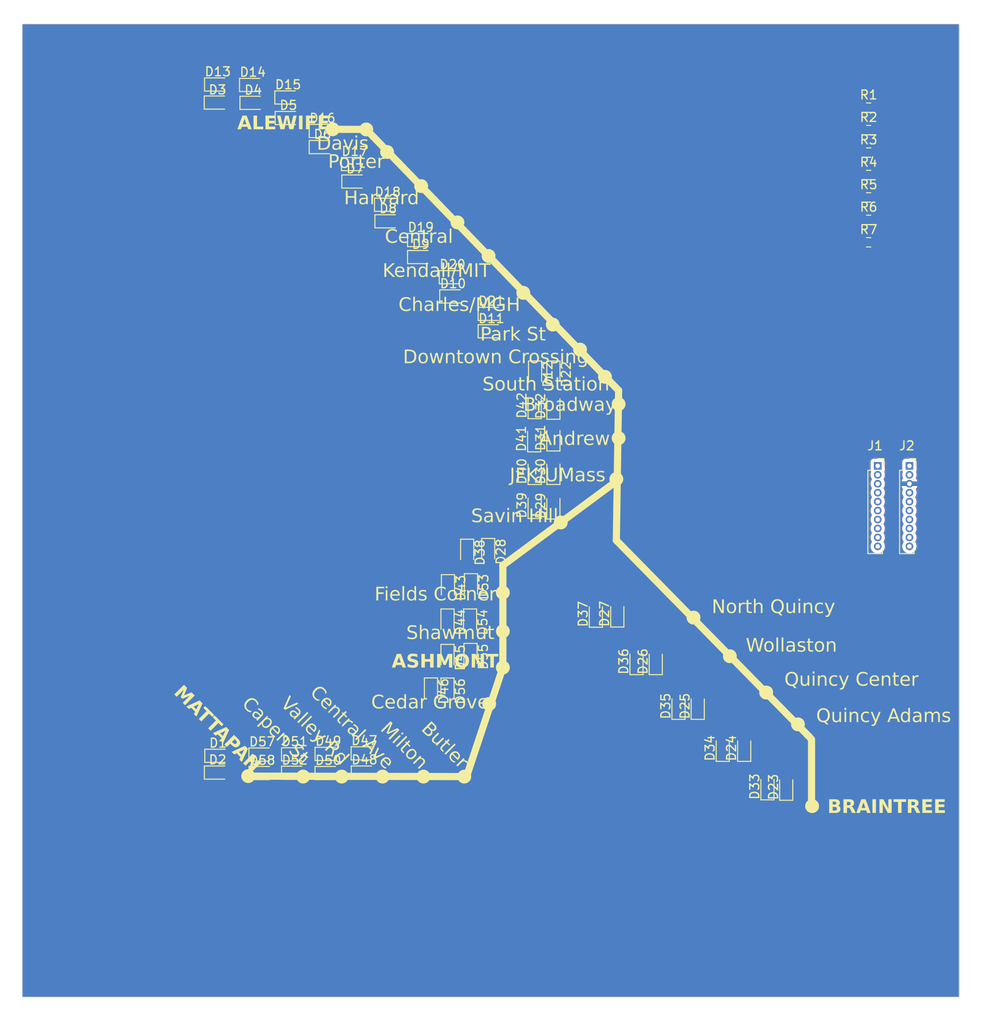
<source format=kicad_pcb>
(kicad_pcb (version 20221018) (generator pcbnew)
  (layers (0 "F.Cu" signal) (31 "B.Cu" signal) (34 "B.Paste" user) (35 "F.Paste" user) (36 "B.SilkS" user "B.Silkscreen") (37 "F.SilkS" user "F.Silkscreen") (38 "B.Mask" user) (39 "F.Mask" user) (44 "Edge.Cuts" user))
  (net 0 "")
  (net 1 "/1")
  (net 2 "/A")
  (net 3 "/2")
  (net 4 "/B")
  (net 5 "GND")
  (net 6 "/0")
  (net 7 "/3")
  (net 8 "/4")
  (net 9 "/5")
  (net 10 "/G")
  (net 11 "/F")
  (net 12 "/E")
  (net 13 "/D")
  (net 14 "/C")
  (net 15 "/6")
  (net 16 "/7")
  (net 17 "/8")
  (net 18 "/9")
  (net 21 "Net-(D1-K)")
  (net 22 "Net-(D10-K)")
  (net 23 "Net-(D13-K)")
  (net 24 "Net-(D23-K)")
  (net 25 "Net-(D33-K)")
  (net 26 "Net-(D43-K)")
  (net 27 "Net-(D53-K)")
  (footprint "LED_SMD:LED_0603_1608Metric" (layer "F.Cu") (at 192.6 98.5 90)
    (fp_text reference "D31" (at 0 -1.43 90) (layer "F.SilkS"))
    (fp_text value "LED" hide)
    (pad "1" smd roundrect (at -0.7875 0 90) (size 0.875 0.95) (layers "F.Cu" "F.Paste" "F.Mask") (net 24 "Net-(D23-K)"))
    (pad "2" smd roundrect (at 0.7875 0 90) (size 0.875 0.95) (layers "F.Cu" "F.Paste" "F.Mask") (net 17 "/8"))
  )
  (footprint "LED_SMD:LED_0603_1608Metric" (layer "F.Cu") (at 177.7625 78.3)
    (fp_text reference "D9" (at 0 -1.43) (layer "F.SilkS"))
    (fp_text value "LED" hide)
    (pad "1" smd roundrect (at -0.7875 0) (size 0.875 0.95) (layers "F.Cu" "F.Paste" "F.Mask") (net 22 "Net-(D10-K)"))
    (pad "2" smd roundrect (at 0.7875 0) (size 0.875 0.95) (layers "F.Cu" "F.Paste" "F.Mask") (net 15 "/6"))
  )
  (footprint "LED_SMD:LED_0603_1608Metric" (layer "F.Cu") (at 174.1125 74.3)
    (fp_text reference "D8" (at 0 -1.43) (layer "F.SilkS"))
    (fp_text value "LED" hide)
    (pad "1" smd roundrect (at -0.7875 0) (size 0.875 0.95) (layers "F.Cu" "F.Paste" "F.Mask") (net 22 "Net-(D10-K)"))
    (pad "2" smd roundrect (at 0.7875 0) (size 0.875 0.95) (layers "F.Cu" "F.Paste" "F.Mask") (net 9 "/5"))
  )
  (footprint "LED_SMD:LED_0603_1608Metric" (layer "F.Cu") (at 181.3125 80.55)
    (fp_text reference "D20" (at 0 -1.43) (layer "F.SilkS"))
    (fp_text value "LED" hide)
    (pad "1" smd roundrect (at -0.7875 0) (size 0.875 0.95) (layers "F.Cu" "F.Paste" "F.Mask") (net 23 "Net-(D13-K)"))
    (pad "2" smd roundrect (at 0.7875 0) (size 0.875 0.95) (layers "F.Cu" "F.Paste" "F.Mask") (net 16 "/7"))
  )
  (footprint "LED_SMD:LED_0603_1608Metric" (layer "F.Cu") (at 174.0625 72.45)
    (fp_text reference "D18" (at 0 -1.43) (layer "F.SilkS"))
    (fp_text value "LED")
    (pad "1" smd roundrect (at -0.7875 0) (size 0.875 0.95) (layers "F.Cu" "F.Paste" "F.Mask") (net 23 "Net-(D13-K)"))
    (pad "2" smd roundrect (at 0.7875 0) (size 0.875 0.95) (layers "F.Cu" "F.Paste" "F.Mask") (net 9 "/5"))
  )
  (footprint "LED_SMD:LED_0603_1608Metric" (layer "F.Cu") (at 190.5 102.25 90)
    (fp_text reference "D40" (at 0 -1.43 90) (layer "F.SilkS"))
    (fp_text value "LED" hide)
    (pad "1" smd roundrect (at -0.7875 0 90) (size 0.875 0.95) (layers "F.Cu" "F.Paste" "F.Mask") (net 25 "Net-(D33-K)"))
    (pad "2" smd roundrect (at 0.7875 0 90) (size 0.875 0.95) (layers "F.Cu" "F.Paste" "F.Mask") (net 16 "/7"))
  )
  (footprint "LED_SMD:LED_0603_1608Metric" (layer "F.Cu") (at 192.6 94.95 90)
    (fp_text reference "D32" (at 0 -1.43 90) (layer "F.SilkS"))
    (fp_text value "LED" hide)
    (pad "1" smd roundrect (at -0.7875 0 90) (size 0.875 0.95) (layers "F.Cu" "F.Paste" "F.Mask") (net 24 "Net-(D23-K)"))
    (pad "2" smd roundrect (at 0.7875 0 90) (size 0.875 0.95) (layers "F.Cu" "F.Paste" "F.Mask") (net 18 "/9"))
  )
  (footprint "LED_SMD:LED_0603_1608Metric" (layer "F.Cu") (at 201.9 123.5125 90)
    (fp_text reference "D36" (at 0 -1.43 90) (layer "F.SilkS"))
    (fp_text value "LED")
    (pad "1" smd roundrect (at -0.7875 0 90) (size 0.875 0.95) (layers "F.Cu" "F.Paste" "F.Mask") (net 25 "Net-(D33-K)"))
    (pad "2" smd roundrect (at 0.7875 0 90) (size 0.875 0.95) (layers "F.Cu" "F.Paste" "F.Mask") (net 7 "/3"))
  )
  (footprint "LED_SMD:LED_0603_1608Metric" (layer "F.Cu") (at 166.7625 66)
    (fp_text reference "D6" (at 0 -1.43) (layer "F.SilkS"))
    (fp_text value "LED" hide)
    (pad "1" smd roundrect (at -0.7875 0) (size 0.875 0.95) (layers "F.Cu" "F.Paste" "F.Mask") (net 22 "Net-(D10-K)"))
    (pad "2" smd roundrect (at 0.7875 0) (size 0.875 0.95) (layers "F.Cu" "F.Paste" "F.Mask") (net 7 "/3"))
  )
  (footprint "LED_SMD:LED_0603_1608Metric" (layer "F.Cu") (at 197.35 118.2125 90)
    (fp_text reference "D37" (at 0 -1.43 90) (layer "F.SilkS"))
    (fp_text value "LED")
    (pad "1" smd roundrect (at -0.7875 0 90) (size 0.875 0.95) (layers "F.Cu" "F.Paste" "F.Mask") (net 25 "Net-(D33-K)"))
    (pad "2" smd roundrect (at 0.7875 0 90) (size 0.875 0.95) (layers "F.Cu" "F.Paste" "F.Mask") (net 8 "/4"))
  )
  (footprint "LED_SMD:LED_0603_1608Metric" (layer "F.Cu") (at 190.5 94.8875 90)
    (fp_text reference "D42" (at 0 -1.43 90) (layer "F.SilkS"))
    (fp_text value "LED" hide)
    (pad "1" smd roundrect (at -0.7875 0 90) (size 0.875 0.95) (layers "F.Cu" "F.Paste" "F.Mask") (net 25 "Net-(D33-K)"))
    (pad "2" smd roundrect (at 0.7875 0 90) (size 0.875 0.95) (layers "F.Cu" "F.Paste" "F.Mask") (net 18 "/9"))
  )
  (footprint "Resistor_SMD:R_0603_1608Metric" (layer "F.Cu") (at 227.875 61.59)
    (fp_text reference "R1" (at 0 -1.43) (layer "F.SilkS"))
    (fp_text value "R_US")
    (pad "1" smd roundrect (at -0.825 0) (size 0.8 0.95) (layers "F.Cu" "F.Paste" "F.Mask") (net 2 "/A"))
    (pad "2" smd roundrect (at 0.825 0) (size 0.8 0.95) (layers "F.Cu" "F.Paste" "F.Mask") (net 21 "Net-(D1-K)"))
  )
  (footprint "LED_SMD:LED_0603_1608Metric" (layer "F.Cu") (at 155.05 59)
    (fp_text reference "D13" (at 0 -1.43) (layer "F.SilkS"))
    (fp_text value "LED" hide)
    (pad "1" smd roundrect (at -0.7875 0) (size 0.875 0.95) (layers "F.Cu" "F.Paste" "F.Mask") (net 23 "Net-(D13-K)"))
    (pad "2" smd roundrect (at 0.7875 0) (size 0.875 0.95) (layers "F.Cu" "F.Paste" "F.Mask") (net 6 "/0"))
  )
  (footprint "LED_SMD:LED_0603_1608Metric" (layer "F.Cu") (at 180.75 126.8625 -90)
    (fp_text reference "D56" (at 0 -1.43 90) (layer "F.SilkS"))
    (fp_text value "LED" hide)
    (pad "1" smd roundrect (at -0.7875 0 270) (size 0.875 0.95) (layers "F.Cu" "F.Paste" "F.Mask") (net 27 "Net-(D53-K)"))
    (pad "2" smd roundrect (at 0.7875 0 270) (size 0.875 0.95) (layers "F.Cu" "F.Paste" "F.Mask") (net 7 "/3"))
  )
  (footprint "LED_SMD:LED_0603_1608Metric" (layer "F.Cu") (at 192.6 102.25 90)
    (fp_text reference "D30" (at 0 -1.43 90) (layer "F.SilkS"))
    (fp_text value "LED" hide)
    (pad "1" smd roundrect (at -0.7875 0 90) (size 0.875 0.95) (layers "F.Cu" "F.Paste" "F.Mask") (net 24 "Net-(D23-K)"))
    (pad "2" smd roundrect (at 0.7875 0 90) (size 0.875 0.95) (layers "F.Cu" "F.Paste" "F.Mask") (net 16 "/7"))
  )
  (footprint "LED_SMD:LED_0603_1608Metric" (layer "F.Cu") (at 155.0125 61.02)
    (fp_text reference "D3" (at 0 -1.43) (layer "F.SilkS"))
    (fp_text value "LED" hide)
    (pad "1" smd roundrect (at -0.7875 0) (size 0.875 0.95) (layers "F.Cu" "F.Paste" "F.Mask") (net 22 "Net-(D10-K)"))
    (pad "2" smd roundrect (at 0.7875 0) (size 0.875 0.95) (layers "F.Cu" "F.Paste" "F.Mask") (net 6 "/0"))
  )
  (footprint "LED_SMD:LED_0603_1608Metric" (layer "F.Cu") (at 213.95 133.2125 90)
    (fp_text reference "D24" (at 0 -1.43 90) (layer "F.SilkS"))
    (fp_text value "LED")
    (pad "1" smd roundrect (at -0.7875 0 90) (size 0.875 0.95) (layers "F.Cu" "F.Paste" "F.Mask") (net 24 "Net-(D23-K)"))
    (pad "2" smd roundrect (at 0.7875 0 90) (size 0.875 0.95) (layers "F.Cu" "F.Paste" "F.Mask") (net 1 "/1"))
  )
  (footprint "LED_SMD:LED_0603_1608Metric" (layer "F.Cu") (at 182.95 111.3375 -90)
    (fp_text reference "D38" (at 0 -1.43 90) (layer "F.SilkS"))
    (fp_text value "LED" hide)
    (pad "1" smd roundrect (at -0.7875 0 270) (size 0.875 0.95) (layers "F.Cu" "F.Paste" "F.Mask") (net 25 "Net-(D33-K)"))
    (pad "2" smd roundrect (at 0.7875 0 270) (size 0.875 0.95) (layers "F.Cu" "F.Paste" "F.Mask") (net 9 "/5"))
  )
  (footprint "LED_SMD:LED_0603_1608Metric" (layer "F.Cu") (at 160.025 136)
    (fp_text reference "D58" (at 0 -1.43) (layer "F.SilkS"))
    (fp_text value "LED" hide)
    (pad "1" smd roundrect (at -0.7875 0) (size 0.875 0.95) (layers "F.Cu" "F.Paste" "F.Mask") (net 27 "Net-(D53-K)"))
    (pad "2" smd roundrect (at 0.7875 0) (size 0.875 0.95) (layers "F.Cu" "F.Paste" "F.Mask") (net 18 "/9"))
  )
  (footprint "Connector_PinSocket_1.00mm:PinSocket_1x10_P1.00mm_Vertical" (layer "F.Cu") (at 232.44 101.65)
    (fp_text reference "J2" (at -0.29 -2.25) (layer "F.SilkS"))
    (fp_text value "Conn_01x10_Socket")
    (pad "1" thru_hole rect (at 0 0) (size 0.85 0.85) (drill 0.5) (layers "*.Cu" "*.Mask"))
    (pad "2" thru_hole oval (at 0 1) (size 0.85 0.85) (drill 0.5) (layers "*.Cu" "*.Mask"))
    (pad "3" thru_hole oval (at 0 2) (size 0.85 0.85) (drill 0.5) (layers "*.Cu" "*.Mask") (net 5 "GND"))
    (pad "4" thru_hole oval (at 0 3) (size 0.85 0.85) (drill 0.5) (layers "*.Cu" "*.Mask") (net 18 "/9"))
    (pad "5" thru_hole oval (at 0 4) (size 0.85 0.85) (drill 0.5) (layers "*.Cu" "*.Mask") (net 17 "/8"))
    (pad "6" thru_hole oval (at 0 5) (size 0.85 0.85) (drill 0.5) (layers "*.Cu" "*.Mask") (net 16 "/7"))
    (pad "7" thru_hole oval (at 0 6) (size 0.85 0.85) (drill 0.5) (layers "*.Cu" "*.Mask") (net 15 "/6"))
    (pad "8" thru_hole oval (at 0 7) (size 0.85 0.85) (drill 0.5) (layers "*.Cu" "*.Mask") (net 9 "/5"))
    (pad "9" thru_hole oval (at 0 8) (size 0.85 0.85) (drill 0.5) (layers "*.Cu" "*.Mask") (net 8 "/4"))
    (pad "10" thru_hole oval (at 0 9) (size 0.85 0.85) (drill 0.5) (layers "*.Cu" "*.Mask") (net 7 "/3"))
  )
  (footprint "LED_SMD:LED_0603_1608Metric" (layer "F.Cu") (at 163.6625 133.91)
    (fp_text reference "D51" (at 0 -1.43) (layer "F.SilkS"))
    (fp_text value "LED" hide)
    (pad "1" smd roundrect (at -0.7875 0) (size 0.875 0.95) (layers "F.Cu" "F.Paste" "F.Mask") (net 26 "Net-(D43-K)"))
    (pad "2" smd roundrect (at 0.7875 0) (size 0.875 0.95) (layers "F.Cu" "F.Paste" "F.Mask") (net 17 "/8"))
  )
  (footprint "LED_SMD:LED_0603_1608Metric" (layer "F.Cu") (at 163.6625 135.975)
    (fp_text reference "D52" (at 0 -1.43) (layer "F.SilkS"))
    (fp_text value "LED" hide)
    (pad "1" smd roundrect (at -0.7875 0) (size 0.875 0.95) (layers "F.Cu" "F.Paste" "F.Mask") (net 26 "Net-(D43-K)"))
    (pad "2" smd roundrect (at 0.7875 0) (size 0.875 0.95) (layers "F.Cu" "F.Paste" "F.Mask") (net 18 "/9"))
  )
  (footprint "LED_SMD:LED_0603_1608Metric" (layer "F.Cu") (at 181.3625 82.7)
    (fp_text reference "D10" (at 0 -1.43) (layer "F.SilkS"))
    (fp_text value "LED" hide)
    (pad "1" smd roundrect (at -0.7875 0) (size 0.875 0.95) (layers "F.Cu" "F.Paste" "F.Mask") (net 22 "Net-(D10-K)"))
    (pad "2" smd roundrect (at 0.7875 0) (size 0.875 0.95) (layers "F.Cu" "F.Paste" "F.Mask") (net 16 "/7"))
  )
  (footprint "LED_SMD:LED_0603_1608Metric" (layer "F.Cu") (at 167.4125 136)
    (fp_text reference "D50" (at 0 -1.43) (layer "F.SilkS"))
    (fp_text value "LED" hide)
    (pad "1" smd roundrect (at -0.7875 0) (size 0.875 0.95) (layers "F.Cu" "F.Paste" "F.Mask") (net 26 "Net-(D43-K)"))
    (pad "2" smd roundrect (at 0.7875 0) (size 0.875 0.95) (layers "F.Cu" "F.Paste" "F.Mask") (net 16 "/7"))
  )
  (footprint "LED_SMD:LED_0603_1608Metric" (layer "F.Cu") (at 162.95 62.75)
    (fp_text reference "D5" (at 0 -1.43) (layer "F.SilkS"))
    (fp_text value "LED" hide)
    (pad "1" smd roundrect (at -0.7875 0) (size 0.875 0.95) (layers "F.Cu" "F.Paste" "F.Mask") (net 22 "Net-(D10-K)"))
    (pad "2" smd roundrect (at 0.7875 0) (size 0.875 0.95) (layers "F.Cu" "F.Paste" "F.Mask") (net 3 "/2"))
  )
  (footprint "LED_SMD:LED_0603_1608Metric" (layer "F.Cu") (at 177.7625 76.4)
    (fp_text reference "D19" (at 0 -1.43) (layer "F.SilkS"))
    (fp_text value "LED" hide)
    (pad "1" smd roundrect (at -0.7875 0) (size 0.875 0.95) (layers "F.Cu" "F.Paste" "F.Mask") (net 23 "Net-(D13-K)"))
    (pad "2" smd roundrect (at 0.7875 0) (size 0.875 0.95) (layers "F.Cu" "F.Paste" "F.Mask") (net 15 "/6"))
  )
  (footprint "LED_SMD:LED_0603_1608Metric" (layer "F.Cu") (at 159.0125 61.05)
    (fp_text reference "D4" (at 0 -1.43) (layer "F.SilkS"))
    (fp_text value "LED" hide)
    (pad "1" smd roundrect (at -0.7875 0) (size 0.875 0.95) (layers "F.Cu" "F.Paste" "F.Mask") (net 22 "Net-(D10-K)"))
    (pad "2" smd roundrect (at 0.7875 0) (size 0.875 0.95) (layers "F.Cu" "F.Paste" "F.Mask") (net 1 "/1"))
  )
  (footprint "LED_SMD:LED_0603_1608Metric" (layer "F.Cu") (at 216.55 137.5125 90)
    (fp_text reference "D33" (at 0 -1.43 90) (layer "F.SilkS"))
    (fp_text value "LED")
    (pad "1" smd roundrect (at -0.7875 0 90) (size 0.875 0.95) (layers "F.Cu" "F.Paste" "F.Mask") (net 25 "Net-(D33-K)"))
    (pad "2" smd roundrect (at 0.7875 0 90) (size 0.875 0.95) (layers "F.Cu" "F.Paste" "F.Mask") (net 6 "/0"))
  )
  (footprint "LED_SMD:LED_0603_1608Metric" (layer "F.Cu") (at 206.6 128.5125 90)
    (fp_text reference "D35" (at 0 -1.43 90) (layer "F.SilkS"))
    (fp_text value "LED")
    (pad "1" smd roundrect (at -0.7875 0 90) (size 0.875 0.95) (layers "F.Cu" "F.Paste" "F.Mask") (net 25 "Net-(D33-K)"))
    (pad "2" smd roundrect (at 0.7875 0 90) (size 0.875 0.95) (layers "F.Cu" "F.Paste" "F.Mask") (net 3 "/2"))
  )
  (footprint "LED_SMD:LED_0603_1608Metric" (layer "F.Cu") (at 190.45 98.6 90)
    (fp_text reference "D41" (at 0 -1.43 90) (layer "F.SilkS"))
    (fp_text value "LED" hide)
    (pad "1" smd roundrect (at -0.7875 0 90) (size 0.875 0.95) (layers "F.Cu" "F.Paste" "F.Mask") (net 25 "Net-(D33-K)"))
    (pad "2" smd roundrect (at 0.7875 0 90) (size 0.875 0.95) (layers "F.Cu" "F.Paste" "F.Mask") (net 17 "/8"))
  )
  (footprint "LED_SMD:LED_0603_1608Metric" (layer "F.Cu") (at 180.8 115.3 -90)
    (fp_text reference "D43" (at 0 -1.43 90) (layer "F.SilkS"))
    (fp_text value "LED" hide)
    (pad "1" smd roundrect (at -0.7875 0 270) (size 0.875 0.95) (layers "F.Cu" "F.Paste" "F.Mask") (net 26 "Net-(D43-K)"))
    (pad "2" smd roundrect (at 0.7875 0 270) (size 0.875 0.95) (layers "F.Cu" "F.Paste" "F.Mask") (net 6 "/0"))
  )
  (footprint "LED_SMD:LED_0603_1608Metric" (layer "F.Cu") (at 185.6625 86.6)
    (fp_text reference "D11" (at 0 -1.43) (layer "F.SilkS"))
    (fp_text value "LED" hide)
    (pad "1" smd roundrect (at -0.7875 0) (size 0.875 0.95) (layers "F.Cu" "F.Paste" "F.Mask") (net 22 "Net-(D10-K)"))
    (pad "2" smd roundrect (at 0.7875 0) (size 0.875 0.95) (layers "F.Cu" "F.Paste" "F.Mask") (net 17 "/8"))
  )
  (footprint "LED_SMD:LED_0603_1608Metric" (layer "F.Cu") (at 160.0125 133.935)
    (fp_text reference "D57" (at 0 -1.43) (layer "F.SilkS"))
    (fp_text value "LED" hide)
    (pad "1" smd roundrect (at -0.7875 0) (size 0.875 0.95) (layers "F.Cu" "F.Paste" "F.Mask") (net 27 "Net-(D53-K)"))
    (pad "2" smd roundrect (at 0.7875 0) (size 0.875 0.95) (layers "F.Cu" "F.Paste" "F.Mask") (net 17 "/8"))
  )
  (footprint "Resistor_SMD:R_0603_1608Metric" (layer "F.Cu") (at 227.875 74.14)
    (fp_text reference "R6" (at 0 -1.43) (layer "F.SilkS"))
    (fp_text value "R_US")
    (pad "1" smd roundrect (at -0.825 0) (size 0.8 0.95) (layers "F.Cu" "F.Paste" "F.Mask") (net 11 "/F"))
    (pad "2" smd roundrect (at 0.825 0) (size 0.8 0.95) (layers "F.Cu" "F.Paste" "F.Mask") (net 26 "Net-(D43-K)"))
  )
  (footprint "LED_SMD:LED_0603_1608Metric" (layer "F.Cu") (at 190.5 106.05 90)
    (fp_text reference "D39" (at 0 -1.43 90) (layer "F.SilkS"))
    (fp_text value "LED")
    (pad "1" smd roundrect (at -0.7875 0 90) (size 0.875 0.95) (layers "F.Cu" "F.Paste" "F.Mask") (net 25 "Net-(D33-K)"))
    (pad "2" smd roundrect (at 0.7875 0 90) (size 0.875 0.95) (layers "F.Cu" "F.Paste" "F.Mask") (net 15 "/6"))
  )
  (footprint "LED_SMD:LED_0603_1608Metric" (layer "F.Cu") (at 185.3 111.25 -90)
    (fp_text reference "D28" (at 0 -1.43 90) (layer "F.SilkS"))
    (fp_text value "LED" hide)
    (pad "1" smd roundrect (at -0.7875 0 270) (size 0.875 0.95) (layers "F.Cu" "F.Paste" "F.Mask") (net 24 "Net-(D23-K)"))
    (pad "2" smd roundrect (at 0.7875 0 270) (size 0.875 0.95) (layers "F.Cu" "F.Paste" "F.Mask") (net 9 "/5"))
  )
  (footprint "LED_SMD:LED_0603_1608Metric" (layer "F.Cu") (at 170.4125 69.85)
    (fp_text reference "D7" (at 0 -1.43) (layer "F.SilkS"))
    (fp_text value "LED" hide)
    (pad "1" smd roundrect (at -0.7875 0) (size 0.875 0.95) (layers "F.Cu" "F.Paste" "F.Mask") (net 22 "Net-(D10-K)"))
    (pad "2" smd roundrect (at 0.7875 0) (size 0.875 0.95) (layers "F.Cu" "F.Paste" "F.Mask") (net 8 "/4"))
  )
  (footprint "LED_SMD:LED_0603_1608Metric" (layer "F.Cu") (at 218.65 137.5625 90)
    (fp_text reference "D23" (at 0 -1.43 90) (layer "F.SilkS"))
    (fp_text value "LED")
    (pad "1" smd roundrect (at -0.7875 0 90) (size 0.875 0.95) (layers "F.Cu" "F.Paste" "F.Mask") (net 24 "Net-(D23-K)"))
    (pad "2" smd roundrect (at 0.7875 0 90) (size 0.875 0.95) (layers "F.Cu" "F.Paste" "F.Mask") (net 6 "/0"))
  )
  (footprint "LED_SMD:LED_0603_1608Metric" (layer "F.Cu") (at 178.9 126.85 -90)
    (fp_text reference "D46" (at 0 -1.43 90) (layer "F.SilkS"))
    (fp_text value "LED" hide)
    (pad "1" smd roundrect (at -0.7875 0 270) (size 0.875 0.95) (layers "F.Cu" "F.Paste" "F.Mask") (net 26 "Net-(D43-K)"))
    (pad "2" smd roundrect (at 0.7875 0 270) (size 0.875 0.95) (layers "F.Cu" "F.Paste" "F.Mask") (net 7 "/3"))
  )
  (footprint "LED_SMD:LED_0603_1608Metric" (layer "F.Cu") (at 155.025 135.95)
    (fp_text reference "D2" (at 0 -1.43) (layer "F.SilkS"))
    (fp_text value "LED" hide)
    (pad "1" smd roundrect (at -0.7875 0) (size 0.875 0.95) (layers "F.Cu" "F.Paste" "F.Mask") (net 21 "Net-(D1-K)"))
    (pad "2" smd roundrect (at 0.7875 0) (size 0.875 0.95) (layers "F.Cu" "F.Paste" "F.Mask") (net 1 "/1"))
  )
  (footprint "LED_SMD:LED_0603_1608Metric" (layer "F.Cu") (at 183.325 122.9875 -90)
    (fp_text reference "D55" (at 0 -1.43 90) (layer "F.SilkS"))
    (fp_text value "LED" hide)
    (pad "1" smd roundrect (at -0.7875 0 270) (size 0.875 0.95) (layers "F.Cu" "F.Paste" "F.Mask") (net 27 "Net-(D53-K)"))
    (pad "2" smd roundrect (at 0.7875 0 270) (size 0.875 0.95) (layers "F.Cu" "F.Paste" "F.Mask") (net 3 "/2"))
  )
  (footprint "LED_SMD:LED_0603_1608Metric" (layer "F.Cu") (at 204.05 123.5125 90)
    (fp_text reference "D26" (at 0 -1.43 90) (layer "F.SilkS"))
    (fp_text value "LED")
    (pad "1" smd roundrect (at -0.7875 0 90) (size 0.875 0.95) (layers "F.Cu" "F.Paste" "F.Mask") (net 24 "Net-(D23-K)"))
    (pad "2" smd roundrect (at 0.7875 0 90) (size 0.875 0.95) (layers "F.Cu" "F.Paste" "F.Mask") (net 7 "/3"))
  )
  (footprint "LED_SMD:LED_0603_1608Metric" (layer "F.Cu") (at 158.9625 59.05)
    (fp_text reference "D14" (at 0 -1.43) (layer "F.SilkS"))
    (fp_text value "LED" hide)
    (pad "1" smd roundrect (at -0.7875 0) (size 0.875 0.95) (layers "F.Cu" "F.Paste" "F.Mask") (net 23 "Net-(D13-K)"))
    (pad "2" smd roundrect (at 0.7875 0) (size 0.875 0.95) (layers "F.Cu" "F.Paste" "F.Mask") (net 1 "/1"))
  )
  (footprint "LED_SMD:LED_0603_1608Metric" (layer "F.Cu") (at 192.6 106.1125 90)
    (fp_text reference "D29" (at 0 -1.43 90) (layer "F.SilkS"))
    (fp_text value "LED")
    (pad "1" smd roundrect (at -0.7875 0 90) (size 0.875 0.95) (layers "F.Cu" "F.Paste" "F.Mask") (net 24 "Net-(D23-K)"))
    (pad "2" smd roundrect (at 0.7875 0 90) (size 0.875 0.95) (layers "F.Cu" "F.Paste" "F.Mask") (net 15 "/6"))
  )
  (footprint "LED_SMD:LED_0603_1608Metric" (layer "F.Cu") (at 180.75 119.1375 -90)
    (fp_text reference "D44" (at 0 -1.43 90) (layer "F.SilkS"))
    (fp_text value "LED" hide)
    (pad "1" smd roundrect (at -0.7875 0 270) (size 0.875 0.95) (layers "F.Cu" "F.Paste" "F.Mask") (net 26 "Net-(D43-K)"))
    (pad "2" smd roundrect (at 0.7875 0 270) (size 0.875 0.95) (layers "F.Cu" "F.Paste" "F.Mask") (net 1 "/1"))
  )
  (footprint "Resistor_SMD:R_0603_1608Metric" (layer "F.Cu") (at 227.875 69.12)
    (fp_text reference "R4" (at 0 -1.43) (layer "F.SilkS"))
    (fp_text value "R_US")
    (pad "1" smd roundrect (at -0.825 0) (size 0.8 0.95) (layers "F.Cu" "F.Paste" "F.Mask") (net 13 "/D"))
    (pad "2" smd roundrect (at 0.825 0) (size 0.8 0.95) (layers "F.Cu" "F.Paste" "F.Mask") (net 24 "Net-(D23-K)"))
  )
  (footprint "Resistor_SMD:R_0603_1608Metric" (layer "F.Cu") (at 227.875 64.1)
    (fp_text reference "R2" (at 0 -1.43) (layer "F.SilkS"))
    (fp_text value "R_US")
    (pad "1" smd roundrect (at -0.825 0) (size 0.8 0.95) (layers "F.Cu" "F.Paste" "F.Mask") (net 4 "/B"))
    (pad "2" smd roundrect (at 0.825 0) (size 0.8 0.95) (layers "F.Cu" "F.Paste" "F.Mask") (net 22 "Net-(D10-K)"))
  )
  (footprint "LED_SMD:LED_0603_1608Metric" (layer "F.Cu") (at 155.075 134.075)
    (fp_text reference "D1" (at 0 -1.43) (layer "F.SilkS"))
    (fp_text value "LED" hide)
    (pad "1" smd roundrect (at -0.7875 0) (size 0.875 0.95) (layers "F.Cu" "F.Paste" "F.Mask") (net 21 "Net-(D1-K)"))
    (pad "2" smd roundrect (at 0.7875 0) (size 0.875 0.95) (layers "F.Cu" "F.Paste" "F.Mask") (net 6 "/0"))
  )
  (footprint "LED_SMD:LED_0603_1608Metric" (layer "F.Cu") (at 185.6625 84.65)
    (fp_text reference "D21" (at 0 -1.43) (layer "F.SilkS"))
    (fp_text value "LED" hide)
    (pad "1" smd roundrect (at -0.7875 0) (size 0.875 0.95) (layers "F.Cu" "F.Paste" "F.Mask") (net 23 "Net-(D13-K)"))
    (pad "2" smd roundrect (at 0.7875 0) (size 0.875 0.95) (layers "F.Cu" "F.Paste" "F.Mask") (net 17 "/8"))
  )
  (footprint "LED_SMD:LED_0603_1608Metric" (layer "F.Cu") (at 183.275 119.1375 -90)
    (fp_text reference "D54" (at 0 -1.43 90) (layer "F.SilkS"))
    (fp_text value "LED" hide)
    (pad "1" smd roundrect (at -0.7875 0 270) (size 0.875 0.95) (layers "F.Cu" "F.Paste" "F.Mask") (net 27 "Net-(D53-K)"))
    (pad "2" smd roundrect (at 0.7875 0 270) (size 0.875 0.95) (layers "F.Cu" "F.Paste" "F.Mask") (net 1 "/1"))
  )
  (footprint "LED_SMD:LED_0603_1608Metric" (layer "F.Cu") (at 162.9125 60.45)
    (fp_text reference "D15" (at 0 -1.43) (layer "F.SilkS"))
    (fp_text value "LED" hide)
    (pad "1" smd roundrect (at -0.7875 0) (size 0.875 0.95) (layers "F.Cu" "F.Paste" "F.Mask") (net 23 "Net-(D13-K)"))
    (pad "2" smd roundrect (at 0.7875 0) (size 0.875 0.95) (layers "F.Cu" "F.Paste" "F.Mask") (net 3 "/2"))
  )
  (footprint "LED_SMD:LED_0603_1608Metric" (layer "F.Cu") (at 171.45 133.8)
    (fp_text reference "D47" (at 0 -1.43) (layer "F.SilkS"))
    (fp_text value "LED" hide)
    (pad "1" smd roundrect (at -0.7875 0) (size 0.875 0.95) (layers "F.Cu" "F.Paste" "F.Mask") (net 26 "Net-(D43-K)"))
    (pad "2" smd roundrect (at 0.7875 0) (size 0.875 0.95) (layers "F.Cu" "F.Paste" "F.Mask") (net 8 "/4"))
  )
  (footprint "LED_SMD:LED_0603_1608Metric" (layer "F.Cu") (at 183.375 115.1875 -90)
    (fp_text reference "D53" (at 0 -1.43 90) (layer "F.SilkS"))
    (fp_text value "LED" hide)
    (pad "1" smd roundrect (at -0.7875 0 270) (size 0.875 0.95) (layers "F.Cu" "F.Paste" "F.Mask") (net 27 "Net-(D53-K)"))
    (pad "2" smd roundrect (at 0.7875 0 270) (size 0.875 0.95) (layers "F.Cu" "F.Paste" "F.Mask") (net 6 "/0"))
  )
  (footprint "LED_SMD:LED_0603_1608Metric" (layer "F.Cu") (at 192.6 91.4125 -90)
    (fp_text reference "D22" (at 0 -1.43 90) (layer "F.SilkS"))
    (fp_text value "LED" hide)
    (pad "1" smd roundrect (at -0.7875 0 270) (size 0.875 0.95) (layers "F.Cu" "F.Paste" "F.Mask") (net 23 "Net-(D13-K)"))
    (pad "2" smd roundrect (at 0.7875 0 270) (size 0.875 0.95) (layers "F.Cu" "F.Paste" "F.Mask") (net 18 "/9"))
  )
  (footprint "Connector_PinSocket_1.00mm:PinSocket_1x10_P1.00mm_Vertical" (layer "F.Cu") (at 228.89 101.65)
    (fp_text reference "J1" (at -0.29 -2.25) (layer "F.SilkS"))
    (fp_text value "Conn_01x10_Socket")
    (pad "1" thru_hole rect (at 0 0) (size 0.85 0.85) (drill 0.5) (layers "*.Cu" "*.Mask") (net 3 "/2"))
    (pad "2" thru_hole oval (at 0 1) (size 0.85 0.85) (drill 0.5) (layers "*.Cu" "*.Mask") (net 1 "/1"))
    (pad "3" thru_hole oval (at 0 2) (size 0.85 0.85) (drill 0.5) (layers "*.Cu" "*.Mask") (net 6 "/0"))
    (pad "4" thru_hole oval (at 0 3) (size 0.85 0.85) (drill 0.5) (layers "*.Cu" "*.Mask") (net 10 "/G"))
    (pad "5" thru_hole oval (at 0 4) (size 0.85 0.85) (drill 0.5) (layers "*.Cu" "*.Mask") (net 11 "/F"))
    (pad "6" thru_hole oval (at 0 5) (size 0.85 0.85) (drill 0.5) (layers "*.Cu" "*.Mask") (net 12 "/E"))
    (pad "7" thru_hole oval (at 0 6) (size 0.85 0.85) (drill 0.5) (layers "*.Cu" "*.Mask") (net 13 "/D"))
    (pad "8" thru_hole oval (at 0 7) (size 0.85 0.85) (drill 0.5) (layers "*.Cu" "*.Mask") (net 14 "/C"))
    (pad "9" thru_hole oval (at 0 8) (size 0.85 0.85) (drill 0.5) (layers "*.Cu" "*.Mask") (net 4 "/B"))
    (pad "10" thru_hole oval (at 0 9) (size 0.85 0.85) (drill 0.5) (layers "*.Cu" "*.Mask") (net 2 "/A"))
  )
  (footprint "LED_SMD:LED_0603_1608Metric" (layer "F.Cu") (at 180.75 123.1 -90)
    (fp_text reference "D45" (at 0 -1.43 90) (layer "F.SilkS"))
    (fp_text value "LED" hide)
    (pad "1" smd roundrect (at -0.7875 0 270) (size 0.875 0.95) (layers "F.Cu" "F.Paste" "F.Mask") (net 26 "Net-(D43-K)"))
    (pad "2" smd roundrect (at 0.7875 0 270) (size 0.875 0.95) (layers "F.Cu" "F.Paste" "F.Mask") (net 3 "/2"))
  )
  (footprint "LED_SMD:LED_0603_1608Metric" (layer "F.Cu") (at 208.75 128.5125 90)
    (fp_text reference "D25" (at 0 -1.43 90) (layer "F.SilkS"))
    (fp_text value "LED")
    (pad "1" smd roundrect (at -0.7875 0 90) (size 0.875 0.95) (layers "F.Cu" "F.Paste" "F.Mask") (net 24 "Net-(D23-K)"))
    (pad "2" smd roundrect (at 0.7875 0 90) (size 0.875 0.95) (layers "F.Cu" "F.Paste" "F.Mask") (net 3 "/2"))
  )
  (footprint "LED_SMD:LED_0603_1608Metric" (layer "F.Cu") (at 211.55 133.2125 90)
    (fp_text reference "D34" (at 0 -1.43 90) (layer "F.SilkS"))
    (fp_text value "LED")
    (pad "1" smd roundrect (at -0.7875 0 90) (size 0.875 0.95) (layers "F.Cu" "F.Paste" "F.Mask") (net 25 "Net-(D33-K)"))
    (pad "2" smd roundrect (at 0.7875 0 90) (size 0.875 0.95) (layers "F.Cu" "F.Paste" "F.Mask") (net 1 "/1"))
  )
  (footprint "Resistor_SMD:R_0603_1608Metric" (layer "F.Cu") (at 227.875 76.65)
    (fp_text reference "R7" (at 0 -1.43) (layer "F.SilkS"))
    (fp_text value "R_US")
    (pad "1" smd roundrect (at -0.825 0) (size 0.8 0.95) (layers "F.Cu" "F.Paste" "F.Mask") (net 10 "/G"))
    (pad "2" smd roundrect (at 0.825 0) (size 0.8 0.95) (layers "F.Cu" "F.Paste" "F.Mask") (net 27 "Net-(D53-K)"))
  )
  (footprint "LED_SMD:LED_0603_1608Metric" (layer "F.Cu") (at 166.7625 64.2)
    (fp_text reference "D16" (at 0 -1.43) (layer "F.SilkS"))
    (fp_text value "LED" hide)
    (pad "1" smd roundrect (at -0.7875 0) (size 0.875 0.95) (layers "F.Cu" "F.Paste" "F.Mask") (net 23 "Net-(D13-K)"))
    (pad "2" smd roundrect (at 0.7875 0) (size 0.875 0.95) (layers "F.Cu" "F.Paste" "F.Mask") (net 7 "/3"))
  )
  (footprint "Resistor_SMD:R_0603_1608Metric" (layer "F.Cu") (at 227.875 71.63)
    (fp_text reference "R5" (at 0 -1.43) (layer "F.SilkS"))
    (fp_text value "R_US")
    (pad "1" smd roundrect (at -0.825 0) (size 0.8 0.95) (layers "F.Cu" "F.Paste" "F.Mask") (net 12 "/E"))
    (pad "2" smd roundrect (at 0.825 0) (size 0.8 0.95) (layers "F.Cu" "F.Paste" "F.Mask") (net 25 "Net-(D33-K)"))
  )
  (footprint "LED_SMD:LED_0603_1608Metric" (layer "F.Cu") (at 170.3625 67.9)
    (fp_text reference "D17" (at 0 -1.43) (layer "F.SilkS"))
    (fp_text value "LED" hide)
    (pad "1" smd roundrect (at -0.7875 0) (size 0.875 0.95) (layers "F.Cu" "F.Paste" "F.Mask") (net 23 "Net-(D13-K)"))
    (pad "2" smd roundrect (at 0.7875 0) (size 0.875 0.95) (layers "F.Cu" "F.Paste" "F.Mask") (net 8 "/4"))
  )
  (footprint "LED_SMD:LED_0603_1608Metric" (layer "F.Cu") (at 171.4625 135.95)
    (fp_text reference "D48" (at 0 -1.43) (layer "F.SilkS"))
    (fp_text value "LED" hide)
    (pad "1" smd roundrect (at -0.7875 0) (size 0.875 0.95) (layers "F.Cu" "F.Paste" "F.Mask") (net 26 "Net-(D43-K)"))
    (pad "2" smd roundrect (at 0.7875 0) (size 0.875 0.95) (layers "F.Cu" "F.Paste" "F.Mask") (net 9 "/5"))
  )
  (footprint "LED_SMD:LED_0603_1608Metric" (layer "F.Cu") (at 190.55 91.4125 -90)
    (fp_text reference "D12" (at 0 -1.43 90) (layer "F.SilkS"))
    (fp_text value "LED" hide)
    (pad "1" smd roundrect (at -0.7875 0 270) (size 0.875 0.95) (layers "F.Cu" "F.Paste" "F.Mask") (net 22 "Net-(D10-K)"))
    (pad "2" smd roundrect (at 0.7875 0 270) (size 0.875 0.95) (layers "F.Cu" "F.Paste" "F.Mask") (net 18 "/9"))
  )
  (footprint "Resistor_SMD:R_0603_1608Metric" (layer "F.Cu") (at 227.875 66.61)
    (fp_text reference "R3" (at 0 -1.43) (layer "F.SilkS"))
    (fp_text value "R_US")
    (pad "1" smd roundrect (at -0.825 0) (size 0.8 0.95) (layers "F.Cu" "F.Paste" "F.Mask") (net 14 "/C"))
    (pad "2" smd roundrect (at 0.825 0) (size 0.8 0.95) (layers "F.Cu" "F.Paste" "F.Mask") (net 23 "Net-(D13-K)"))
  )
  (footprint "LED_SMD:LED_0603_1608Metric" (layer "F.Cu") (at 167.4125 133.86)
    (fp_text reference "D49" (at 0 -1.43) (layer "F.SilkS"))
    (fp_text value "LED" hide)
    (pad "1" smd roundrect (at -0.7875 0) (size 0.875 0.95) (layers "F.Cu" "F.Paste" "F.Mask") (net 26 "Net-(D43-K)"))
    (pad "2" smd roundrect (at 0.7875 0) (size 0.875 0.95) (layers "F.Cu" "F.Paste" "F.Mask") (net 15 "/6"))
  )
  (footprint "LED_SMD:LED_0603_1608Metric" (layer "F.Cu") (at 199.75 118.1875 90)
    (fp_text reference "D27" (at 0 -1.43 90) (layer "F.SilkS"))
    (fp_text value "LED")
    (pad "1" smd roundrect (at -0.7875 0 90) (size 0.875 0.95) (layers "F.Cu" "F.Paste" "F.Mask") (net 24 "Net-(D23-K)"))
    (pad "2" smd roundrect (at 0.7875 0 90) (size 0.875 0.95) (layers "F.Cu" "F.Paste" "F.Mask") (net 8 "/4"))
  )
  (gr_circle (center 171.657 64.024) (end 172.357 64.024) (stroke (width 0.15)) (fill solid) (layer "F.SilkS"))
  (gr_circle (center 186.944 120.142) (end 187.644 120.142) (stroke (width 0.15)) (fill solid) (layer "F.SilkS"))
  (gr_circle (center 198.374 91.694) (end 199.074 91.694) (stroke (width 0.15)) (fill solid) (layer "F.SilkS"))
  (gr_circle (center 212.344 122.936) (end 213.044 122.936) (stroke (width 0.15)) (fill solid) (layer "F.SilkS"))
  (gr_circle (center 181.864 74.422) (end 182.564 74.422) (stroke (width 0.15)) (fill solid) (layer "F.SilkS"))
  (gr_line (start 158.45 136.348) (end 182.88 136.398) (stroke (width 0.8)) (layer "F.SilkS"))
  (gr_circle (center 186.944 115.824) (end 187.644 115.824) (stroke (width 0.15)) (fill solid) (layer "F.SilkS"))
  (gr_circle (center 199.898 98.552) (end 200.598 98.552) (stroke (width 0.15)) (fill solid) (layer "F.SilkS"))
  (gr_circle (center 178.054 136.398) (end 178.754 136.398) (stroke (width 0.15)) (fill solid) (layer "F.SilkS"))
  (gr_circle (center 189.23 82.296) (end 189.93 82.296) (stroke (width 0.15)) (fill solid) (layer "F.SilkS"))
  (gr_circle (center 192.532 85.852) (end 193.232 85.852) (stroke (width 0.15)) (fill solid) (layer "F.SilkS"))
  (gr_circle (center 167.894 64.008) (end 168.464088 64.008) (stroke (width 0.15)) (fill solid) (layer "F.SilkS"))
  (gr_line (start 199.898 103.186088) (end 186.944 112.776) (stroke (width 0.8)) (layer "F.SilkS"))
  (gr_line (start 186.944 112.776) (end 186.944 124.206) (stroke (width 0.8)) (layer "F.SilkS"))
  (gr_circle (center 186.944 124.206) (end 187.644 124.206) (stroke (width 0.15)) (fill solid) (layer "F.SilkS"))
  (gr_line (start 171.657 64.024) (end 199.898 93.218) (stroke (width 0.8)) (layer "F.SilkS"))
  (gr_line (start 221.304 132.021) (end 199.644 109.982) (stroke (width 0.8)) (layer "F.SilkS"))
  (gr_line (start 186.944 124.206) (end 182.88 136.398) (stroke (width 0.8)) (layer "F.SilkS"))
  (gr_circle (center 192.532 85.852) (end 193.102088 85.852) (stroke (width 0.15)) (fill solid) (layer "F.SilkS"))
  (gr_circle (center 195.58 88.646) (end 196.150088 88.646) (stroke (width 0.15)) (fill solid) (layer "F.SilkS"))
  (gr_circle (center 193.421 107.981044) (end 194.121 107.981044) (stroke (width 0.15)) (fill solid) (layer "F.SilkS"))
  (gr_circle (center 208.28 118.618) (end 208.98 118.618) (stroke (width 0.15)) (fill solid) (layer "F.SilkS"))
  (gr_line (start 199.644 109.982) (end 199.898 93.218) (stroke (width 0.8)) (layer "F.SilkS"))
  (gr_circle (center 216.53 126.918) (end 217.100088 126.918) (stroke (width 0.15)) (fill solid) (layer "F.SilkS"))
  (gr_circle (center 189.23 82.296) (end 189.800088 82.296) (stroke (width 0.15)) (fill solid) (layer "F.SilkS"))
  (gr_circle (center 173.99 66.548) (end 174.560088 66.548) (stroke (width 0.15)) (fill solid) (layer "F.SilkS"))
  (gr_circle (center 171.657 64.024) (end 172.227088 64.024) (stroke (width 0.15)) (fill solid) (layer "F.SilkS"))
  (gr_circle (center 181.864 74.422) (end 182.434088 74.422) (stroke (width 0.15)) (fill solid) (layer "F.SilkS"))
  (gr_circle (center 185.3445 78.174) (end 186.0445 78.174) (stroke (width 0.15)) (fill solid) (layer "F.SilkS"))
  (gr_circle (center 185.42 128.27) (end 186.12 128.27) (stroke (width 0.15)) (fill solid) (layer "F.SilkS"))
  (gr_circle (center 185.3445 78.174) (end 185.914588 78.174) (stroke (width 0.15)) (fill solid) (layer "F.SilkS"))
  (gr_circle (center 199.644 103.124) (end 200.344 103.124) (stroke (width 0.15)) (fill solid) (layer "F.SilkS"))
  (gr_circle (center 167.894 64.008) (end 168.594 64.008) (stroke (width 0.15)) (fill solid) (layer "F.SilkS"))
  (gr_circle (center 168.91 136.398) (end 169.61 136.398) (stroke (width 0.15)) (fill solid) (layer "F.SilkS"))
  (gr_circle (center 173.99 66.548) (end 174.69 66.548) (stroke (width 0.15)) (fill solid) (layer "F.SilkS"))
  (gr_line (start 167.894 64.008) (end 171.657 64.024) (stroke (width 0.8)) (layer "F.SilkS"))
  (gr_line (start 221.488 132.237) (end 221.488 139.7) (stroke (width 0.8)) (layer "F.SilkS"))
  (gr_circle (center 173.482 136.398) (end 174.182 136.398) (stroke (width 0.15)) (fill solid) (layer "F.SilkS"))
  (gr_circle (center 219.964 130.556) (end 220.664 130.556) (stroke (width 0.15)) (fill solid) (layer "F.SilkS"))
  (gr_circle (center 177.8 70.358) (end 178.5 70.358) (stroke (width 0.15)) (fill solid) (layer "F.SilkS"))
  (gr_circle (center 195.58 88.646) (end 196.28 88.646) (stroke (width 0.15)) (fill solid) (layer "F.SilkS"))
  (gr_circle (center 164.592 136.398) (end 165.292 136.398) (stroke (width 0.15)) (fill solid) (layer "F.SilkS"))
  (gr_circle (center 177.8 70.358) (end 178.370088 70.358) (stroke (width 0.15)) (fill solid) (layer "F.SilkS"))
  (gr_circle (center 182.626 136.398) (end 183.326 136.398) (stroke (width 0.15)) (fill solid) (layer "F.SilkS"))
  (gr_circle (center 158.45 136.348) (end 159.15 136.348) (stroke (width 0.15)) (fill solid) (layer "F.SilkS"))
  (gr_circle (center 199.898 94.742) (end 200.598 94.742) (stroke (width 0.15)) (fill solid) (layer "F.SilkS"))
  (gr_circle (center 221.55 139.7) (end 222.25 139.7) (stroke (width 0.15)) (fill solid) (layer "F.SilkS"))
  (gr_circle (center 216.408 127) (end 217.108 127) (stroke (width 0.15)) (fill solid) (layer "F.SilkS"))
  (gr_rect (start 133.175 52.243519) (end 238 161.05) (stroke (width 0.05)) (fill none) (layer "Edge.Cuts"))
  (gr_text "Butler" (at 177.546 131.318 315) (layer "F.SilkS") (effects (font (size 1.5 1.5) (thickness 0.1875)) (justify left bottom)))
  (gr_text "Savin Hill" (at 183.388 108.204) (layer "F.SilkS") (effects (font (size 1.5 1.5) (thickness 0.1875)) (justify left bottom)))
  (gr_text "Andrew" (at 191.008 99.568) (layer "F.SilkS") (effects (font (size 1.5 1.5) (thickness 0.1875)) (justify left bottom)))
  (gr_text "Harvard\n" (at 169.164 72.644) (layer "F.SilkS") (effects (font (size 1.5 1.5) (thickness 0.1875)) (justify left bottom)))
  (gr_text "Park St" (at 184.404 87.884) (layer "F.SilkS") (effects (font (size 1.5 1.5) (thickness 0.1875)) (justify left bottom)))
  (gr_text "Davis\n" (at 166.116 66.548) (layer "F.SilkS") (effects (font (size 1.5 1.5) (thickness 0.1875)) (justify left bottom)))
  (gr_text "Quincy Center" (at 218.44 126.492) (layer "F.SilkS") (effects (font (size 1.5 1.5) (thickness 0.1875)) (justify left bottom)))
  (gr_text "Kendall/MIT" (at 173.482 80.772) (layer "F.SilkS") (effects (font (size 1.5 1.5) (thickness 0.1875)) (justify left bottom)))
  (gr_text "ALEWIFE" (at 157.226 64.262) (layer "F.SilkS") (effects (font (size 1.5 1.5) (thickness 0.3) bold) (justify left bottom)))
  (gr_text "Shawmut" (at 176.139 121.2695) (layer "F.SilkS") (effects (font (size 1.5 1.5) (thickness 0.1875)) (justify left bottom)))
  (gr_text "Downtown Crossing" (at 175.768 90.424) (layer "F.SilkS") (effects (font (size 1.5 1.5) (thickness 0.1875)) (justify left bottom)))
  (gr_text "Charles/MGH" (at 175.26 84.582) (layer "F.SilkS") (effects (font (size 1.5 1.5) (thickness 0.1875)) (justify left bottom)))
  (gr_text "Porter" (at 167.386 68.58) (layer "F.SilkS") (effects (font (size 1.5 1.5) (thickness 0.1875)) (justify left bottom)))
  (gr_text "ASHMONT" (at 174.498 124.46) (layer "F.SilkS") (effects (font (size 1.5 1.5) (thickness 0.3) bold) (justify left bottom)))
  (gr_text "Broadway" (at 189.23 95.758) (layer "F.SilkS") (effects (font (size 1.5 1.5) (thickness 0.1875)) (justify left bottom)))
  (gr_text "South Station" (at 184.658 93.472) (layer "F.SilkS") (effects (font (size 1.5 1.5) (thickness 0.1875)) (justify left bottom)))
  (gr_text "Fields Corner" (at 172.583 116.9515) (layer "F.SilkS") (effects (font (size 1.5 1.5) (thickness 0.1875)) (justify left bottom)))
  (gr_text "Quincy Adams" (at 221.996 130.556) (layer "F.SilkS") (effects (font (size 1.5 1.5) (thickness 0.1875)) (justify left bottom)))
  (gr_text "Cedar Grove" (at 172.212 129.032) (layer "F.SilkS") (effects (font (size 1.5 1.5) (thickness 0.1875)) (justify left bottom)))
  (gr_text "Milton" (at 172.974 131.318 315) (layer "F.SilkS") (effects (font (size 1.5 1.5) (thickness 0.1875)) (justify left bottom)))
  (gr_text "Capen St" (at 157.48 128.524 315) (layer "F.SilkS") (effects (font (size 1.5 1.5) (thickness 0.1875)) (justify left bottom)))
  (gr_text "Central Ave" (at 165.1 127.254 315) (layer "F.SilkS") (effects (font (size 1.5 1.5) (thickness 0.1875)) (justify left bottom)))
  (gr_text "North Quincy" (at 210.312 118.364) (layer "F.SilkS") (effects (font (size 1.5 1.5) (thickness 0.1875)) (justify left bottom)))
  (gr_text "BRAINTREE" (at 223.266 140.716) (layer "F.SilkS") (effects (font (size 1.5 1.5) (thickness 0.3) bold) (justify left bottom)))
  (gr_text "Wollaston" (at 214.122 122.682) (layer "F.SilkS") (effects (font (size 1.5 1.5) (thickness 0.1875)) (justify left bottom)))
  (gr_text "Central" (at 173.736 76.962) (layer "F.SilkS") (effects (font (size 1.5 1.5) (thickness 0.1875)) (justify left bottom)))
  (gr_text "Valley Rd" (at 161.798 128.524 315) (layer "F.SilkS") (effects (font (size 1.5 1.5) (thickness 0.1875)) (justify left bottom)))
  (gr_text "MATTAPAN" (at 149.86 127.254 315) (layer "F.SilkS") (effects (font (size 1.5 1.5) (thickness 0.3) bold) (justify left bottom)))
  (gr_text "JFK/UMass" (at 187.706 103.632) (layer "F.SilkS") (effects (font (size 1.5 1.5) (thickness 0.1875)) (justify left bottom)))
  (segment (start 155.8125 135.95) (end 155.8125 138.9125) (width 0.25) (layer "F.Cu") (net 1))
  (segment (start 161.9 56.6) (end 159.75 58.75) (width 0.25) (layer "F.Cu") (net 1))
  (segment (start 157.075 140.175) (end 203.8 140.175) (width 0.25) (layer "F.Cu") (net 1))
  (segment (start 180.8125 119.9875) (end 180.75 119.925) (width 0.25) (layer "F.Cu") (net 1))
  (segment (start 156.325 135.95) (end 155.8125 135.95) (width 0.25) (layer "F.Cu") (net 1))
  (segment (start 159.75 61) (end 159.8 61.05) (width 0.25) (layer "F.Cu") (net 1))
  (segment (start 157.275 133.5) (end 157.275 135) (width 0.25) (layer "F.Cu") (net 1))
  (segment (start 213.95 81.036396) (end 189.513604 56.6) (width 0.25) (layer "F.Cu") (net 1))
  (segment (start 170.85 119.925) (end 157.275 133.5) (width 0.25) (layer "F.Cu") (net 1))
  (segment (start 180.75 119.925) (end 170.85 119.925) (width 0.25) (layer "F.Cu") (net 1))
  (segment (start 159.75 58.75) (end 159.75 59.05) (width 0.25) (layer "F.Cu") (net 1))
  (segment (start 203.8 140.175) (end 211.55 132.425) (width 0.25) (layer "F.Cu") (net 1))
  (segment (start 157.275 135) (end 156.325 135.95) (width 0.25) (layer "F.Cu") (net 1))
  (segment (start 155.8125 138.9125) (end 157.075 140.175) (width 0.25) (layer "F.Cu") (net 1))
  (segment (start 189.513604 56.6) (end 161.9 56.6) (width 0.25) (layer "F.Cu") (net 1))
  (segment (start 213.95 132.425) (end 213.95 81.036396) (width 0.25) (layer "F.Cu") (net 1))
  (segment (start 163.7 60.45) (end 165.85 58.3) (width 0.25) (layer "F.Cu") (net 3))
  (segment (start 208.75 78.65) (end 208.75 127.725) (width 0.25) (layer "F.Cu") (net 3))
  (segment (start 165.85 58.3) (end 188.4 58.3) (width 0.25) (layer "F.Cu") (net 3))
  (segment (start 163.7 62.7125) (end 163.7375 62.75) (width 0.25) (layer "F.Cu") (net 3))
  (segment (start 188.4 58.3) (end 208.75 78.65) (width 0.25) (layer "F.Cu") (net 3))
  (segment (start 155.9 140.625) (end 212.65 140.625) (width 0.25) (layer "F.Cu") (net 6))
  (segment (start 155.8625 133.9125) (end 155.8625 134.075) (width 0.25) (layer "F.Cu") (net 6))
  (segment (start 173.6875 116.0875) (end 155.8625 133.9125) (width 0.25) (layer "F.Cu") (net 6))
  (segment (start 152.8 133.575) (end 152.8 137.525) (width 0.25) (layer "F.Cu") (net 6))
  (segment (start 218.65 136.775) (end 218.65 85.1) (width 0.25) (layer "F.Cu") (net 6))
  (segment (start 212.65 140.625) (end 216.55 136.725) (width 0.25) (layer "F.Cu") (net 6))
  (segment (start 188.85 55.3) (end 157.9 55.3) (width 0.25) (layer "F.Cu") (net 6))
  (segment (start 155.8625 134.075) (end 154.7625 132.975) (width 0.25) (layer "F.Cu") (net 6))
  (segment (start 218.65 85.1) (end 188.85 55.3) (width 0.25) (layer "F.Cu") (net 6))
  (segment (start 153.4 132.975) (end 152.8 133.575) (width 0.25) (layer "F.Cu") (net 6))
  (segment (start 155.8375 60.9825) (end 155.8 61.02) (width 0.25) (layer "F.Cu") (net 6))
  (segment (start 152.8 137.525) (end 155.9 140.625) (width 0.25) (layer "F.Cu") (net 6))
  (segment (start 155.8375 57.3625) (end 155.8375 59) (width 0.25) (layer "F.Cu") (net 6))
  (segment (start 157.9 55.3) (end 155.8375 57.3625) (width 0.25) (layer "F.Cu") (net 6))
  (segment (start 180.8 116.0875) (end 173.6875 116.0875) (width 0.25) (layer "F.Cu") (net 6))
  (segment (start 154.7625 132.975) (end 153.4 132.975) (width 0.25) (layer "F.Cu") (net 6))
  (segment (start 187.5 61.95) (end 169.8 61.95) (width 0.25) (layer "F.Cu") (net 7))
  (segment (start 204.05 122.725) (end 204.05 78.5) (width 0.25) (layer "F.Cu") (net 7))
  (segment (start 169.8 61.95) (end 167.55 64.2) (width 0.25) (layer "F.Cu") (net 7))
  (segment (start 204.05 78.5) (end 187.5 61.95) (width 0.25) (layer "F.Cu") (net 7))
  (segment (start 171.15 69.8) (end 171.2 69.85) (width 0.25) (layer "F.Cu") (net 8))
  (segment (start 199.75 89.913604) (end 199.75 117.4) (width 0.25) (layer "F.Cu") (net 8))
  (segment (start 177.736396 67.9) (end 199.75 89.913604) (width 0.25) (layer "F.Cu") (net 8))
  (segment (start 171.15 67.9) (end 177.736396 67.9) (width 0.25) (layer "F.Cu") (net 8))
  (segment (start 182.95 112.125) (end 174.9 104.075) (width 0.25) (layer "F.Cu") (net 9))
  (segment (start 185.3 127.625) (end 185.3 112.0375) (width 0.25) (layer "F.Cu") (net 9))
  (segment (start 172.25 135.95) (end 176.975 135.95) (width 0.25) (layer "F.Cu") (net 9))
  (segment (start 174.85 74.25) (end 174.9 74.3) (width 0.25) (layer "F.Cu") (net 9))
  (segment (start 176.975 135.95) (end 185.3 127.625) (width 0.25) (layer "F.Cu") (net 9))
  (segment (start 174.9 104.075) (end 174.9 74.3) (width 0.25) (layer "F.Cu") (net 9))
  (segment (start 178.55 93.3125) (end 178.55 78.3) (width 0.25) (layer "F.Cu") (net 15))
  (segment (start 178.55 76.4) (end 185.6 76.4) (width 0.25) (layer "F.Cu") (net 15))
  (segment (start 190.5 105.2625) (end 178.55 93.3125) (width 0.25) (layer "F.Cu") (net 15))
  (segment (start 197.8 88.6) (end 197.8 102.25) (width 0.25) (layer "F.Cu") (net 15))
  (segment (start 197.8 102.25) (end 194.725 105.325) (width 0.25) (layer "F.Cu") (net 15))
  (segment (start 194.725 105.325) (end 192.6 105.325) (width 0.25) (layer "F.Cu") (net 15))
  (segment (start 185.6 76.4) (end 197.8 88.6) (width 0.25) (layer "F.Cu") (net 15))
  (segment (start 196.6 89.25) (end 196.6 99.6) (width 0.25) (layer "F.Cu") (net 16))
  (segment (start 182.1 82.65) (end 182.15 82.7) (width 0.25) (layer "F.Cu") (net 16))
  (segment (start 182.1 80.55) (end 187.9 80.55) (width 0.25) (layer "F.Cu") (net 16))
  (segment (start 187.9 80.55) (end 196.6 89.25) (width 0.25) (layer "F.Cu") (net 16))
  (segment (start 194.7375 101.4625) (end 192.6 101.4625) (width 0.25) (layer "F.Cu") (net 16))
  (segment (start 196.6 99.6) (end 194.7375 101.4625) (width 0.25) (layer "F.Cu") (net 16))
  (segment (start 182.15 93.1125) (end 190.5 101.4625) (width 0.25) (layer "F.Cu") (net 16))
  (segment (start 182.15 82.7) (end 182.15 93.1125) (width 0.25) (layer "F.Cu") (net 16))
  (segment (start 195.5 94.8125) (end 192.6 97.7125) (width 0.25) (layer "F.Cu") (net 17))
  (segment (start 189.95 84.65) (end 195.5 90.2) (width 0.25) (layer "F.Cu") (net 17))
  (segment (start 186.45 86.6) (end 186.45 93.8125) (width 0.25) (layer "F.Cu") (net 17))
  (segment (start 186.45 84.65) (end 189.95 84.65) (width 0.25) (layer "F.Cu") (net 17))
  (segment (start 195.5 90.2) (end 195.5 94.8125) (width 0.25) (layer "F.Cu") (net 17))
  (segment (start 186.45 93.8125) (end 190.45 97.8125) (width 0.25) (layer "F.Cu") (net 17))
  (segment (start 190.55 94.05) (end 190.5 94.1) (width 0.25) (layer "F.Cu") (net 18))
  (segment (start 192.6 92.2) (end 192.6 94.1625) (width 0.25) (layer "F.Cu") (net 18))
  (segment (start 192.6 94.1625) (end 190.5625 94.1625) (width 0.25) (layer "F.Cu") (net 18))
  (segment (start 190.5625 94.1625) (end 190.5 94.1) (width 0.25) (layer "F.Cu") (net 18))
  (segment (start 190.55 92.2) (end 192.6 92.2) (width 0.25) (layer "F.Cu") (net 18))
  (segment (start 190.55 92.2) (end 190.55 94.05) (width 0.25) (layer "F.Cu") (net 18))
  (segment (start 185.3 110.4625) (end 189.0375 110.4625) (width 0.25) (layer "F.Cu") (net 24))
  (segment (start 189.0375 110.4625) (end 192.6 106.9) (width 0.25) (layer "F.Cu") (net 24))
  (segment (start 188.1875 109.15) (end 190.5 106.8375) (width 0.25) (layer "F.Cu") (net 25))
  (segment (start 182.95 110.55) (end 184.35 109.15) (width 0.25) (layer "F.Cu") (net 25))
  (segment (start 191.25 96.425) (end 191.25 98.5875) (width 0.25) (layer "F.Cu") (net 25))
  (segment (start 191.3 100.2375) (end 191.3 102.2375) (width 0.25) (layer "F.Cu") (net 25))
  (segment (start 191.3 102.2375) (end 190.5 103.0375) (width 0.25) (layer "F.Cu") (net 25))
  (segment (start 190.45 99.3875) (end 191.3 100.2375) (width 0.25) (layer "F.Cu") (net 25))
  (segment (start 190.5 95.675) (end 191.25 96.425) (width 0.25) (layer "F.Cu") (net 25))
  (segment (start 184.35 109.15) (end 188.1875 109.15) (width 0.25) (layer "F.Cu") (net 25))
  (segment (start 191.25 98.5875) (end 190.45 99.3875) (width 0.25) (layer "F.Cu") (net 25))
  (segment (start 178.9 124.1625) (end 180.75 122.3125) (width 0.25) (layer "F.Cu") (net 26))
  (segment (start 166.625 136) (end 166.625 133.86) (width 0.25) (layer "F.Cu") (net 26))
  (segment (start 170.6625 135.9375) (end 170.675 135.95) (width 0.25) (layer "F.Cu") (net 26))
  (segment (start 178.9 126.0625) (end 178.9 124.1625) (width 0.25) (layer "F.Cu") (net 26))
  (segment (start 181.6 115.3125) (end 180.8 114.5125) (width 0.25) (layer "F.Cu") (net 26))
  (segment (start 181.95 121.1125) (end 181.95 119.55) (width 0.25) (layer "F.Cu") (net 26))
  (segment (start 170.6625 133.8) (end 178.4 126.0625) (width 0.25) (layer "F.Cu") (net 26))
  (segment (start 170.6625 133.8) (end 170.6625 135.9375) (width 0.25) (layer "F.Cu") (net 26))
  (segment (start 178.4 126.0625) (end 178.9 126.0625) (width 0.25) (layer "F.Cu") (net 26))
  (segment (start 180.75 118.35) (end 181.6 117.5) (width 0.25) (layer "F.Cu") (net 26))
  (segment (start 180.75 122.3125) (end 181.95 121.1125) (width 0.25) (layer "F.Cu") (net 26))
  (segment (start 181.6 117.5) (end 181.6 115.3125) (width 0.25) (layer "F.Cu") (net 26))
  (segment (start 181.95 119.55) (end 180.75 118.35) (width 0.25) (layer "F.Cu") (net 26))
  (segment (start 162.875 135.975) (end 162.875 133.91) (width 0.25) (layer "F.Cu") (net 26))
  (segment (start 159.2375 136) (end 159.2375 133.9475) (width 0.25) (layer "F.Cu") (net 27))
  (segment (start 159.2375 133.9475) (end 159.225 133.935) (width 0.25) (layer "F.Cu") (net 27))
  (zone (net 5) (net_name "GND") (layers "F&B.Cu") (connect_pads (clearance 0.381)) (min_thickness 0.254) (fill yes (thermal_gap 0.508) (thermal_bridge_width 0.508) (island_removal_mode 1) (island_area_min 10))
    (polygon (pts (xy 239.522 50.038) (xy 130.675 49.55) (xy 130.675 164.1) (xy 240.8 163.55)))
  )
)
</source>
